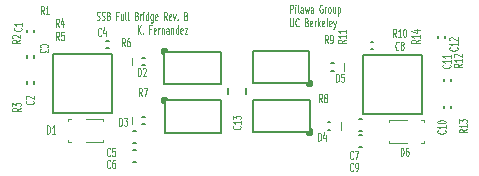
<source format=gbr>
G04 #@! TF.GenerationSoftware,KiCad,Pcbnew,(5.0.0)*
G04 #@! TF.CreationDate,2019-06-25T10:28:51-07:00*
G04 #@! TF.ProjectId,Buffer,4275666665722E6B696361645F706362,rev?*
G04 #@! TF.SameCoordinates,Original*
G04 #@! TF.FileFunction,Legend,Top*
G04 #@! TF.FilePolarity,Positive*
%FSLAX46Y46*%
G04 Gerber Fmt 4.6, Leading zero omitted, Abs format (unit mm)*
G04 Created by KiCad (PCBNEW (5.0.0)) date 06/25/19 10:28:51*
%MOMM*%
%LPD*%
G01*
G04 APERTURE LIST*
%ADD10C,0.111125*%
%ADD11C,0.150000*%
%ADD12C,0.100000*%
%ADD13C,0.120000*%
%ADD14C,0.300000*%
G04 APERTURE END LIST*
D10*
X24816064Y14487448D02*
X24816064Y15185948D01*
X24985397Y15185948D01*
X25027731Y15152687D01*
X25048897Y15119425D01*
X25070064Y15052901D01*
X25070064Y14953115D01*
X25048897Y14886591D01*
X25027731Y14853329D01*
X24985397Y14820067D01*
X24816064Y14820067D01*
X25260564Y14487448D02*
X25260564Y14953115D01*
X25260564Y15185948D02*
X25239397Y15152687D01*
X25260564Y15119425D01*
X25281731Y15152687D01*
X25260564Y15185948D01*
X25260564Y15119425D01*
X25535731Y14487448D02*
X25493397Y14520710D01*
X25472231Y14587234D01*
X25472231Y15185948D01*
X25895564Y14487448D02*
X25895564Y14853329D01*
X25874397Y14919853D01*
X25832064Y14953115D01*
X25747397Y14953115D01*
X25705064Y14919853D01*
X25895564Y14520710D02*
X25853231Y14487448D01*
X25747397Y14487448D01*
X25705064Y14520710D01*
X25683897Y14587234D01*
X25683897Y14653758D01*
X25705064Y14720282D01*
X25747397Y14753544D01*
X25853231Y14753544D01*
X25895564Y14786806D01*
X26064897Y14953115D02*
X26149564Y14487448D01*
X26234231Y14820067D01*
X26318897Y14487448D01*
X26403564Y14953115D01*
X26763397Y14487448D02*
X26763397Y14853329D01*
X26742231Y14919853D01*
X26699897Y14953115D01*
X26615231Y14953115D01*
X26572897Y14919853D01*
X26763397Y14520710D02*
X26721064Y14487448D01*
X26615231Y14487448D01*
X26572897Y14520710D01*
X26551731Y14587234D01*
X26551731Y14653758D01*
X26572897Y14720282D01*
X26615231Y14753544D01*
X26721064Y14753544D01*
X26763397Y14786806D01*
X27546564Y15152687D02*
X27504231Y15185948D01*
X27440731Y15185948D01*
X27377231Y15152687D01*
X27334897Y15086163D01*
X27313731Y15019639D01*
X27292564Y14886591D01*
X27292564Y14786806D01*
X27313731Y14653758D01*
X27334897Y14587234D01*
X27377231Y14520710D01*
X27440731Y14487448D01*
X27483064Y14487448D01*
X27546564Y14520710D01*
X27567731Y14553972D01*
X27567731Y14786806D01*
X27483064Y14786806D01*
X27758231Y14487448D02*
X27758231Y14953115D01*
X27758231Y14820067D02*
X27779397Y14886591D01*
X27800564Y14919853D01*
X27842897Y14953115D01*
X27885231Y14953115D01*
X28096897Y14487448D02*
X28054564Y14520710D01*
X28033397Y14553972D01*
X28012231Y14620496D01*
X28012231Y14820067D01*
X28033397Y14886591D01*
X28054564Y14919853D01*
X28096897Y14953115D01*
X28160397Y14953115D01*
X28202731Y14919853D01*
X28223897Y14886591D01*
X28245064Y14820067D01*
X28245064Y14620496D01*
X28223897Y14553972D01*
X28202731Y14520710D01*
X28160397Y14487448D01*
X28096897Y14487448D01*
X28626064Y14953115D02*
X28626064Y14487448D01*
X28435564Y14953115D02*
X28435564Y14587234D01*
X28456731Y14520710D01*
X28499064Y14487448D01*
X28562564Y14487448D01*
X28604897Y14520710D01*
X28626064Y14553972D01*
X28837731Y14953115D02*
X28837731Y14254615D01*
X28837731Y14919853D02*
X28880064Y14953115D01*
X28964731Y14953115D01*
X29007064Y14919853D01*
X29028231Y14886591D01*
X29049397Y14820067D01*
X29049397Y14620496D01*
X29028231Y14553972D01*
X29007064Y14520710D01*
X28964731Y14487448D01*
X28880064Y14487448D01*
X28837731Y14520710D01*
X24816064Y14027073D02*
X24816064Y13461621D01*
X24837231Y13395097D01*
X24858397Y13361835D01*
X24900731Y13328573D01*
X24985397Y13328573D01*
X25027731Y13361835D01*
X25048897Y13395097D01*
X25070064Y13461621D01*
X25070064Y14027073D01*
X25535731Y13395097D02*
X25514564Y13361835D01*
X25451064Y13328573D01*
X25408731Y13328573D01*
X25345231Y13361835D01*
X25302897Y13428359D01*
X25281731Y13494883D01*
X25260564Y13627931D01*
X25260564Y13727716D01*
X25281731Y13860764D01*
X25302897Y13927288D01*
X25345231Y13993812D01*
X25408731Y14027073D01*
X25451064Y14027073D01*
X25514564Y13993812D01*
X25535731Y13960550D01*
X26213064Y13694454D02*
X26276564Y13661192D01*
X26297731Y13627931D01*
X26318897Y13561407D01*
X26318897Y13461621D01*
X26297731Y13395097D01*
X26276564Y13361835D01*
X26234231Y13328573D01*
X26064897Y13328573D01*
X26064897Y14027073D01*
X26213064Y14027073D01*
X26255397Y13993812D01*
X26276564Y13960550D01*
X26297731Y13894026D01*
X26297731Y13827502D01*
X26276564Y13760978D01*
X26255397Y13727716D01*
X26213064Y13694454D01*
X26064897Y13694454D01*
X26678731Y13361835D02*
X26636397Y13328573D01*
X26551731Y13328573D01*
X26509397Y13361835D01*
X26488231Y13428359D01*
X26488231Y13694454D01*
X26509397Y13760978D01*
X26551731Y13794240D01*
X26636397Y13794240D01*
X26678731Y13760978D01*
X26699897Y13694454D01*
X26699897Y13627931D01*
X26488231Y13561407D01*
X26890397Y13328573D02*
X26890397Y13794240D01*
X26890397Y13661192D02*
X26911564Y13727716D01*
X26932731Y13760978D01*
X26975064Y13794240D01*
X27017397Y13794240D01*
X27165564Y13328573D02*
X27165564Y14027073D01*
X27207897Y13594669D02*
X27334897Y13328573D01*
X27334897Y13794240D02*
X27165564Y13528145D01*
X27694731Y13361835D02*
X27652397Y13328573D01*
X27567731Y13328573D01*
X27525397Y13361835D01*
X27504231Y13428359D01*
X27504231Y13694454D01*
X27525397Y13760978D01*
X27567731Y13794240D01*
X27652397Y13794240D01*
X27694731Y13760978D01*
X27715897Y13694454D01*
X27715897Y13627931D01*
X27504231Y13561407D01*
X27969897Y13328573D02*
X27927564Y13361835D01*
X27906397Y13428359D01*
X27906397Y14027073D01*
X28308564Y13361835D02*
X28266231Y13328573D01*
X28181564Y13328573D01*
X28139231Y13361835D01*
X28118064Y13428359D01*
X28118064Y13694454D01*
X28139231Y13760978D01*
X28181564Y13794240D01*
X28266231Y13794240D01*
X28308564Y13760978D01*
X28329731Y13694454D01*
X28329731Y13627931D01*
X28118064Y13561407D01*
X28477897Y13794240D02*
X28583731Y13328573D01*
X28689564Y13794240D02*
X28583731Y13328573D01*
X28541397Y13162264D01*
X28520231Y13129002D01*
X28477897Y13095740D01*
X8436768Y13911110D02*
X8500268Y13877848D01*
X8606102Y13877848D01*
X8648435Y13911110D01*
X8669602Y13944372D01*
X8690768Y14010896D01*
X8690768Y14077420D01*
X8669602Y14143944D01*
X8648435Y14177206D01*
X8606102Y14210467D01*
X8521435Y14243729D01*
X8479102Y14276991D01*
X8457935Y14310253D01*
X8436768Y14376777D01*
X8436768Y14443301D01*
X8457935Y14509825D01*
X8479102Y14543087D01*
X8521435Y14576348D01*
X8627268Y14576348D01*
X8690768Y14543087D01*
X8860102Y13911110D02*
X8923602Y13877848D01*
X9029435Y13877848D01*
X9071768Y13911110D01*
X9092935Y13944372D01*
X9114102Y14010896D01*
X9114102Y14077420D01*
X9092935Y14143944D01*
X9071768Y14177206D01*
X9029435Y14210467D01*
X8944768Y14243729D01*
X8902435Y14276991D01*
X8881268Y14310253D01*
X8860102Y14376777D01*
X8860102Y14443301D01*
X8881268Y14509825D01*
X8902435Y14543087D01*
X8944768Y14576348D01*
X9050602Y14576348D01*
X9114102Y14543087D01*
X9452768Y14243729D02*
X9516268Y14210467D01*
X9537435Y14177206D01*
X9558602Y14110682D01*
X9558602Y14010896D01*
X9537435Y13944372D01*
X9516268Y13911110D01*
X9473935Y13877848D01*
X9304602Y13877848D01*
X9304602Y14576348D01*
X9452768Y14576348D01*
X9495102Y14543087D01*
X9516268Y14509825D01*
X9537435Y14443301D01*
X9537435Y14376777D01*
X9516268Y14310253D01*
X9495102Y14276991D01*
X9452768Y14243729D01*
X9304602Y14243729D01*
X10235935Y14243729D02*
X10087768Y14243729D01*
X10087768Y13877848D02*
X10087768Y14576348D01*
X10299435Y14576348D01*
X10659268Y14343515D02*
X10659268Y13877848D01*
X10468768Y14343515D02*
X10468768Y13977634D01*
X10489935Y13911110D01*
X10532268Y13877848D01*
X10595768Y13877848D01*
X10638102Y13911110D01*
X10659268Y13944372D01*
X10934435Y13877848D02*
X10892102Y13911110D01*
X10870935Y13977634D01*
X10870935Y14576348D01*
X11167268Y13877848D02*
X11124935Y13911110D01*
X11103768Y13977634D01*
X11103768Y14576348D01*
X11823435Y14243729D02*
X11886935Y14210467D01*
X11908102Y14177206D01*
X11929268Y14110682D01*
X11929268Y14010896D01*
X11908102Y13944372D01*
X11886935Y13911110D01*
X11844602Y13877848D01*
X11675268Y13877848D01*
X11675268Y14576348D01*
X11823435Y14576348D01*
X11865768Y14543087D01*
X11886935Y14509825D01*
X11908102Y14443301D01*
X11908102Y14376777D01*
X11886935Y14310253D01*
X11865768Y14276991D01*
X11823435Y14243729D01*
X11675268Y14243729D01*
X12119768Y13877848D02*
X12119768Y14343515D01*
X12119768Y14210467D02*
X12140935Y14276991D01*
X12162102Y14310253D01*
X12204435Y14343515D01*
X12246768Y14343515D01*
X12394935Y13877848D02*
X12394935Y14343515D01*
X12394935Y14576348D02*
X12373768Y14543087D01*
X12394935Y14509825D01*
X12416102Y14543087D01*
X12394935Y14576348D01*
X12394935Y14509825D01*
X12797102Y13877848D02*
X12797102Y14576348D01*
X12797102Y13911110D02*
X12754768Y13877848D01*
X12670102Y13877848D01*
X12627768Y13911110D01*
X12606602Y13944372D01*
X12585435Y14010896D01*
X12585435Y14210467D01*
X12606602Y14276991D01*
X12627768Y14310253D01*
X12670102Y14343515D01*
X12754768Y14343515D01*
X12797102Y14310253D01*
X13199268Y14343515D02*
X13199268Y13778063D01*
X13178102Y13711539D01*
X13156935Y13678277D01*
X13114602Y13645015D01*
X13051102Y13645015D01*
X13008768Y13678277D01*
X13199268Y13911110D02*
X13156935Y13877848D01*
X13072268Y13877848D01*
X13029935Y13911110D01*
X13008768Y13944372D01*
X12987602Y14010896D01*
X12987602Y14210467D01*
X13008768Y14276991D01*
X13029935Y14310253D01*
X13072268Y14343515D01*
X13156935Y14343515D01*
X13199268Y14310253D01*
X13580268Y13911110D02*
X13537935Y13877848D01*
X13453268Y13877848D01*
X13410935Y13911110D01*
X13389768Y13977634D01*
X13389768Y14243729D01*
X13410935Y14310253D01*
X13453268Y14343515D01*
X13537935Y14343515D01*
X13580268Y14310253D01*
X13601435Y14243729D01*
X13601435Y14177206D01*
X13389768Y14110682D01*
X14384602Y13877848D02*
X14236435Y14210467D01*
X14130602Y13877848D02*
X14130602Y14576348D01*
X14299935Y14576348D01*
X14342268Y14543087D01*
X14363435Y14509825D01*
X14384602Y14443301D01*
X14384602Y14343515D01*
X14363435Y14276991D01*
X14342268Y14243729D01*
X14299935Y14210467D01*
X14130602Y14210467D01*
X14744435Y13911110D02*
X14702102Y13877848D01*
X14617435Y13877848D01*
X14575102Y13911110D01*
X14553935Y13977634D01*
X14553935Y14243729D01*
X14575102Y14310253D01*
X14617435Y14343515D01*
X14702102Y14343515D01*
X14744435Y14310253D01*
X14765602Y14243729D01*
X14765602Y14177206D01*
X14553935Y14110682D01*
X14913768Y14343515D02*
X15019602Y13877848D01*
X15125435Y14343515D01*
X15294768Y13944372D02*
X15315935Y13911110D01*
X15294768Y13877848D01*
X15273602Y13911110D01*
X15294768Y13944372D01*
X15294768Y13877848D01*
X15993268Y14243729D02*
X16056768Y14210467D01*
X16077935Y14177206D01*
X16099102Y14110682D01*
X16099102Y14010896D01*
X16077935Y13944372D01*
X16056768Y13911110D01*
X16014435Y13877848D01*
X15845102Y13877848D01*
X15845102Y14576348D01*
X15993268Y14576348D01*
X16035602Y14543087D01*
X16056768Y14509825D01*
X16077935Y14443301D01*
X16077935Y14376777D01*
X16056768Y14310253D01*
X16035602Y14276991D01*
X15993268Y14243729D01*
X15845102Y14243729D01*
X11908102Y12718973D02*
X11908102Y13417473D01*
X12162102Y12718973D02*
X11971602Y13118116D01*
X12162102Y13417473D02*
X11908102Y13018331D01*
X12352602Y12785497D02*
X12373768Y12752235D01*
X12352602Y12718973D01*
X12331435Y12752235D01*
X12352602Y12785497D01*
X12352602Y12718973D01*
X13051102Y13084854D02*
X12902935Y13084854D01*
X12902935Y12718973D02*
X12902935Y13417473D01*
X13114602Y13417473D01*
X13453268Y12752235D02*
X13410935Y12718973D01*
X13326268Y12718973D01*
X13283935Y12752235D01*
X13262768Y12818759D01*
X13262768Y13084854D01*
X13283935Y13151378D01*
X13326268Y13184640D01*
X13410935Y13184640D01*
X13453268Y13151378D01*
X13474435Y13084854D01*
X13474435Y13018331D01*
X13262768Y12951807D01*
X13664935Y12718973D02*
X13664935Y13184640D01*
X13664935Y13051592D02*
X13686102Y13118116D01*
X13707268Y13151378D01*
X13749602Y13184640D01*
X13791935Y13184640D01*
X13940102Y13184640D02*
X13940102Y12718973D01*
X13940102Y13118116D02*
X13961268Y13151378D01*
X14003602Y13184640D01*
X14067102Y13184640D01*
X14109435Y13151378D01*
X14130602Y13084854D01*
X14130602Y12718973D01*
X14532768Y12718973D02*
X14532768Y13084854D01*
X14511602Y13151378D01*
X14469268Y13184640D01*
X14384602Y13184640D01*
X14342268Y13151378D01*
X14532768Y12752235D02*
X14490435Y12718973D01*
X14384602Y12718973D01*
X14342268Y12752235D01*
X14321102Y12818759D01*
X14321102Y12885283D01*
X14342268Y12951807D01*
X14384602Y12985069D01*
X14490435Y12985069D01*
X14532768Y13018331D01*
X14744435Y13184640D02*
X14744435Y12718973D01*
X14744435Y13118116D02*
X14765602Y13151378D01*
X14807935Y13184640D01*
X14871435Y13184640D01*
X14913768Y13151378D01*
X14934935Y13084854D01*
X14934935Y12718973D01*
X15337102Y12718973D02*
X15337102Y13417473D01*
X15337102Y12752235D02*
X15294768Y12718973D01*
X15210102Y12718973D01*
X15167768Y12752235D01*
X15146602Y12785497D01*
X15125435Y12852021D01*
X15125435Y13051592D01*
X15146602Y13118116D01*
X15167768Y13151378D01*
X15210102Y13184640D01*
X15294768Y13184640D01*
X15337102Y13151378D01*
X15718102Y12752235D02*
X15675768Y12718973D01*
X15591102Y12718973D01*
X15548768Y12752235D01*
X15527602Y12818759D01*
X15527602Y13084854D01*
X15548768Y13151378D01*
X15591102Y13184640D01*
X15675768Y13184640D01*
X15718102Y13151378D01*
X15739268Y13084854D01*
X15739268Y13018331D01*
X15527602Y12951807D01*
X15887435Y13184640D02*
X16120268Y13184640D01*
X15887435Y12718973D01*
X16120268Y12718973D01*
D11*
G04 #@! TO.C,Inf1*
X9729000Y5998200D02*
X4729000Y5998200D01*
X9729000Y10998200D02*
X4729000Y10998200D01*
X4729000Y10998200D02*
X4729000Y5998200D01*
X9729000Y10998200D02*
X9729000Y5998200D01*
G04 #@! TO.C,Inf2*
X30975300Y5918200D02*
X30975300Y10918200D01*
X35975300Y5918200D02*
X35975300Y10918200D01*
X30975300Y5918200D02*
X35975300Y5918200D01*
X30975300Y10918200D02*
X35975300Y10918200D01*
G04 #@! TO.C,C13*
X21069300Y7632700D02*
X21069300Y8140700D01*
X19545300Y7632700D02*
X19545300Y8140700D01*
G04 #@! TO.C,C1*
X2494000Y13054000D02*
X2494000Y12854000D01*
X3094000Y13054000D02*
X3094000Y12854000D01*
G04 #@! TO.C,C2*
X2500000Y8700000D02*
X2500000Y8500000D01*
X3100000Y8700000D02*
X3100000Y8500000D01*
G04 #@! TO.C,C3*
X3100000Y10700000D02*
X3100000Y10900000D01*
X2500000Y10700000D02*
X2500000Y10900000D01*
G04 #@! TO.C,C4*
X9234500Y11511000D02*
X9434500Y11511000D01*
X9234500Y12111000D02*
X9434500Y12111000D01*
G04 #@! TO.C,C5*
X11482561Y3497246D02*
X11736561Y3497246D01*
X11482561Y4513246D02*
X11736561Y4513246D01*
G04 #@! TO.C,C6*
X11468693Y2833142D02*
X11722693Y2833142D01*
X11468693Y1817142D02*
X11722693Y1817142D01*
G04 #@! TO.C,C7*
X30911800Y4470400D02*
X30657800Y4470400D01*
X30911800Y5486400D02*
X30657800Y5486400D01*
G04 #@! TO.C,C8*
X31650000Y11984000D02*
X31850000Y11984000D01*
X31650000Y11384000D02*
X31850000Y11384000D01*
G04 #@! TO.C,C9*
X30911800Y4140200D02*
X30657800Y4140200D01*
X30911800Y3124200D02*
X30657800Y3124200D01*
G04 #@! TO.C,C10*
X38400000Y6600000D02*
X38400000Y6400000D01*
X37800000Y6600000D02*
X37800000Y6400000D01*
G04 #@! TO.C,C11*
X38400000Y8700000D02*
X38400000Y8900000D01*
X37800000Y8700000D02*
X37800000Y8900000D01*
G04 #@! TO.C,C12*
X37892000Y12346000D02*
X37892000Y12546000D01*
X37292000Y12346000D02*
X37292000Y12546000D01*
D12*
G04 #@! TO.C,D1*
X8693000Y5508500D02*
X7493000Y5508500D01*
X8693000Y3508500D02*
X7493000Y3508500D01*
X8993000Y5308500D02*
X8993000Y5508500D01*
X8993000Y5508500D02*
X8693000Y5508500D01*
X5993000Y5308500D02*
X5993000Y5508500D01*
X5993000Y5508500D02*
X6293000Y5508500D01*
X6293000Y3508500D02*
X5993000Y3508500D01*
X5993000Y3508500D02*
X5993000Y3708500D01*
X8993000Y3708500D02*
X8993000Y3508500D01*
X8993000Y3508500D02*
X8693000Y3508500D01*
D13*
G04 #@! TO.C,D2*
X11400000Y10700000D02*
X11400000Y10100000D01*
D11*
X12300000Y10100000D02*
X12500000Y10100000D01*
X12300000Y10700000D02*
X12500000Y10700000D01*
G04 #@! TO.C,D3*
X12300000Y5700000D02*
X12500000Y5700000D01*
X12300000Y5100000D02*
X12500000Y5100000D01*
D13*
X11400000Y5700000D02*
X11400000Y5100000D01*
G04 #@! TO.C,D4*
X29100000Y4600000D02*
X29100000Y5200000D01*
D11*
X28200000Y5200000D02*
X28000000Y5200000D01*
X28200000Y4600000D02*
X28000000Y4600000D01*
D13*
G04 #@! TO.C,D5*
X29400000Y9600000D02*
X29400000Y10200000D01*
D11*
X28500000Y10200000D02*
X28300000Y10200000D01*
X28500000Y9600000D02*
X28300000Y9600000D01*
D12*
G04 #@! TO.C,D6*
X33471000Y3445000D02*
X34671000Y3445000D01*
X33471000Y5445000D02*
X34671000Y5445000D01*
X33171000Y3645000D02*
X33171000Y3445000D01*
X33171000Y3445000D02*
X33471000Y3445000D01*
X36171000Y3645000D02*
X36171000Y3445000D01*
X36171000Y3445000D02*
X35871000Y3445000D01*
X35871000Y5445000D02*
X36171000Y5445000D01*
X36171000Y5445000D02*
X36171000Y5245000D01*
X33171000Y5245000D02*
X33171000Y5445000D01*
X33171000Y5445000D02*
X33471000Y5445000D01*
D11*
G04 #@! TO.C,Q1*
X14411193Y7225042D02*
X14411193Y7100042D01*
X14036193Y6850042D02*
X14161193Y6850042D01*
X14186193Y7075042D02*
X14336193Y7075042D01*
X14336193Y7075042D02*
X14336193Y7225042D01*
D14*
X14336193Y7225042D02*
X14036193Y7225042D01*
X14036193Y7225042D02*
X14036193Y6925042D01*
D11*
X14036193Y6925042D02*
X14186193Y6925042D01*
X14186193Y6925042D02*
X14186193Y7150042D01*
X18936193Y7075042D02*
X18936193Y4325042D01*
X18936193Y4325042D02*
X14186193Y4325042D01*
X14186193Y7075042D02*
X18936193Y7075042D01*
X14186193Y4325042D02*
X14186193Y7075042D01*
G04 #@! TO.C,Q2*
X14173493Y8447342D02*
X14173493Y11197342D01*
X14173493Y11197342D02*
X18923493Y11197342D01*
X18923493Y8447342D02*
X14173493Y8447342D01*
X18923493Y11197342D02*
X18923493Y8447342D01*
X14173493Y11047342D02*
X14173493Y11272342D01*
X14023493Y11047342D02*
X14173493Y11047342D01*
D14*
X14023493Y11347342D02*
X14023493Y11047342D01*
X14323493Y11347342D02*
X14023493Y11347342D01*
D11*
X14323493Y11197342D02*
X14323493Y11347342D01*
X14173493Y11197342D02*
X14323493Y11197342D01*
X14023493Y10972342D02*
X14148493Y10972342D01*
X14398493Y11347342D02*
X14398493Y11222342D01*
G04 #@! TO.C,Q3*
X26454200Y7138542D02*
X26454200Y4388542D01*
X26454200Y4388542D02*
X21704200Y4388542D01*
X21704200Y7138542D02*
X26454200Y7138542D01*
X21704200Y4388542D02*
X21704200Y7138542D01*
X26454200Y4538542D02*
X26454200Y4313542D01*
X26604200Y4538542D02*
X26454200Y4538542D01*
D14*
X26604200Y4238542D02*
X26604200Y4538542D01*
X26304200Y4238542D02*
X26604200Y4238542D01*
D11*
X26304200Y4388542D02*
X26304200Y4238542D01*
X26454200Y4388542D02*
X26304200Y4388542D01*
X26604200Y4613542D02*
X26479200Y4613542D01*
X26229200Y4238542D02*
X26229200Y4363542D01*
G04 #@! TO.C,Q4*
X26217793Y8360842D02*
X26217793Y8485842D01*
X26592793Y8735842D02*
X26467793Y8735842D01*
X26442793Y8510842D02*
X26292793Y8510842D01*
X26292793Y8510842D02*
X26292793Y8360842D01*
D14*
X26292793Y8360842D02*
X26592793Y8360842D01*
X26592793Y8360842D02*
X26592793Y8660842D01*
D11*
X26592793Y8660842D02*
X26442793Y8660842D01*
X26442793Y8660842D02*
X26442793Y8435842D01*
X21692793Y8510842D02*
X21692793Y11260842D01*
X21692793Y11260842D02*
X26442793Y11260842D01*
X26442793Y8510842D02*
X21692793Y8510842D01*
X26442793Y11260842D02*
X26442793Y8510842D01*
G04 #@! TO.C,C13*
D10*
X20569464Y4921250D02*
X20602726Y4900083D01*
X20635988Y4836583D01*
X20635988Y4794250D01*
X20602726Y4730750D01*
X20536202Y4688416D01*
X20469678Y4667250D01*
X20336630Y4646083D01*
X20236845Y4646083D01*
X20103797Y4667250D01*
X20037273Y4688416D01*
X19970750Y4730750D01*
X19937488Y4794250D01*
X19937488Y4836583D01*
X19970750Y4900083D01*
X20004011Y4921250D01*
X20635988Y5344583D02*
X20635988Y5090583D01*
X20635988Y5217583D02*
X19937488Y5217583D01*
X20037273Y5175250D01*
X20103797Y5132916D01*
X20137059Y5090583D01*
X19937488Y5492750D02*
X19937488Y5767916D01*
X20203583Y5619750D01*
X20203583Y5683250D01*
X20236845Y5725583D01*
X20270107Y5746750D01*
X20336630Y5767916D01*
X20502940Y5767916D01*
X20569464Y5746750D01*
X20602726Y5725583D01*
X20635988Y5683250D01*
X20635988Y5556250D01*
X20602726Y5513916D01*
X20569464Y5492750D01*
G04 #@! TO.C,C1*
X2027464Y13235516D02*
X2060726Y13214350D01*
X2093988Y13150850D01*
X2093988Y13108516D01*
X2060726Y13045016D01*
X1994202Y13002683D01*
X1927678Y12981516D01*
X1794630Y12960350D01*
X1694845Y12960350D01*
X1561797Y12981516D01*
X1495273Y13002683D01*
X1428750Y13045016D01*
X1395488Y13108516D01*
X1395488Y13150850D01*
X1428750Y13214350D01*
X1462011Y13235516D01*
X2093988Y13658850D02*
X2093988Y13404850D01*
X2093988Y13531850D02*
X1395488Y13531850D01*
X1495273Y13489516D01*
X1561797Y13447183D01*
X1595059Y13404850D01*
G04 #@! TO.C,C2*
X3049464Y7001916D02*
X3082726Y6980750D01*
X3115988Y6917250D01*
X3115988Y6874916D01*
X3082726Y6811416D01*
X3016202Y6769083D01*
X2949678Y6747916D01*
X2816630Y6726750D01*
X2716845Y6726750D01*
X2583797Y6747916D01*
X2517273Y6769083D01*
X2450750Y6811416D01*
X2417488Y6874916D01*
X2417488Y6917250D01*
X2450750Y6980750D01*
X2484011Y7001916D01*
X2484011Y7171250D02*
X2450750Y7192416D01*
X2417488Y7234750D01*
X2417488Y7340583D01*
X2450750Y7382916D01*
X2484011Y7404083D01*
X2550535Y7425250D01*
X2617059Y7425250D01*
X2716845Y7404083D01*
X3115988Y7150083D01*
X3115988Y7425250D01*
G04 #@! TO.C,C3*
X3687535Y11554883D02*
X3654273Y11576050D01*
X3621011Y11639550D01*
X3621011Y11681883D01*
X3654273Y11745383D01*
X3720797Y11787716D01*
X3787321Y11808883D01*
X3920369Y11830050D01*
X4020154Y11830050D01*
X4153202Y11808883D01*
X4219726Y11787716D01*
X4286250Y11745383D01*
X4319511Y11681883D01*
X4319511Y11639550D01*
X4286250Y11576050D01*
X4252988Y11554883D01*
X4319511Y11406716D02*
X4319511Y11131550D01*
X4053416Y11279716D01*
X4053416Y11216216D01*
X4020154Y11173883D01*
X3986892Y11152716D01*
X3920369Y11131550D01*
X3754059Y11131550D01*
X3687535Y11152716D01*
X3654273Y11173883D01*
X3621011Y11216216D01*
X3621011Y11343216D01*
X3654273Y11385550D01*
X3687535Y11406716D01*
G04 #@! TO.C,C4*
X8815916Y12577535D02*
X8794750Y12544273D01*
X8731250Y12511011D01*
X8688916Y12511011D01*
X8625416Y12544273D01*
X8583083Y12610797D01*
X8561916Y12677321D01*
X8540750Y12810369D01*
X8540750Y12910154D01*
X8561916Y13043202D01*
X8583083Y13109726D01*
X8625416Y13176250D01*
X8688916Y13209511D01*
X8731250Y13209511D01*
X8794750Y13176250D01*
X8815916Y13142988D01*
X9196916Y12976678D02*
X9196916Y12511011D01*
X9091083Y13242773D02*
X8985250Y12743845D01*
X9260416Y12743845D01*
G04 #@! TO.C,C5*
X9577916Y2417535D02*
X9556750Y2384273D01*
X9493250Y2351011D01*
X9450916Y2351011D01*
X9387416Y2384273D01*
X9345083Y2450797D01*
X9323916Y2517321D01*
X9302750Y2650369D01*
X9302750Y2750154D01*
X9323916Y2883202D01*
X9345083Y2949726D01*
X9387416Y3016250D01*
X9450916Y3049511D01*
X9493250Y3049511D01*
X9556750Y3016250D01*
X9577916Y2982988D01*
X9980083Y3049511D02*
X9768416Y3049511D01*
X9747250Y2716892D01*
X9768416Y2750154D01*
X9810750Y2783416D01*
X9916583Y2783416D01*
X9958916Y2750154D01*
X9980083Y2716892D01*
X10001250Y2650369D01*
X10001250Y2484059D01*
X9980083Y2417535D01*
X9958916Y2384273D01*
X9916583Y2351011D01*
X9810750Y2351011D01*
X9768416Y2384273D01*
X9747250Y2417535D01*
G04 #@! TO.C,C6*
X9577916Y1401535D02*
X9556750Y1368273D01*
X9493250Y1335011D01*
X9450916Y1335011D01*
X9387416Y1368273D01*
X9345083Y1434797D01*
X9323916Y1501321D01*
X9302750Y1634369D01*
X9302750Y1734154D01*
X9323916Y1867202D01*
X9345083Y1933726D01*
X9387416Y2000250D01*
X9450916Y2033511D01*
X9493250Y2033511D01*
X9556750Y2000250D01*
X9577916Y1966988D01*
X9958916Y2033511D02*
X9874250Y2033511D01*
X9831916Y2000250D01*
X9810750Y1966988D01*
X9768416Y1867202D01*
X9747250Y1734154D01*
X9747250Y1468059D01*
X9768416Y1401535D01*
X9789583Y1368273D01*
X9831916Y1335011D01*
X9916583Y1335011D01*
X9958916Y1368273D01*
X9980083Y1401535D01*
X10001250Y1468059D01*
X10001250Y1634369D01*
X9980083Y1700892D01*
X9958916Y1734154D01*
X9916583Y1767416D01*
X9831916Y1767416D01*
X9789583Y1734154D01*
X9768416Y1700892D01*
X9747250Y1634369D01*
G04 #@! TO.C,C7*
X30151916Y2163535D02*
X30130750Y2130273D01*
X30067250Y2097011D01*
X30024916Y2097011D01*
X29961416Y2130273D01*
X29919083Y2196797D01*
X29897916Y2263321D01*
X29876750Y2396369D01*
X29876750Y2496154D01*
X29897916Y2629202D01*
X29919083Y2695726D01*
X29961416Y2762250D01*
X30024916Y2795511D01*
X30067250Y2795511D01*
X30130750Y2762250D01*
X30151916Y2728988D01*
X30300083Y2795511D02*
X30596416Y2795511D01*
X30405916Y2097011D01*
G04 #@! TO.C,C8*
X33987316Y11409135D02*
X33966150Y11375873D01*
X33902650Y11342611D01*
X33860316Y11342611D01*
X33796816Y11375873D01*
X33754483Y11442397D01*
X33733316Y11508921D01*
X33712150Y11641969D01*
X33712150Y11741754D01*
X33733316Y11874802D01*
X33754483Y11941326D01*
X33796816Y12007850D01*
X33860316Y12041111D01*
X33902650Y12041111D01*
X33966150Y12007850D01*
X33987316Y11974588D01*
X34241316Y11741754D02*
X34198983Y11775016D01*
X34177816Y11808278D01*
X34156650Y11874802D01*
X34156650Y11908064D01*
X34177816Y11974588D01*
X34198983Y12007850D01*
X34241316Y12041111D01*
X34325983Y12041111D01*
X34368316Y12007850D01*
X34389483Y11974588D01*
X34410650Y11908064D01*
X34410650Y11874802D01*
X34389483Y11808278D01*
X34368316Y11775016D01*
X34325983Y11741754D01*
X34241316Y11741754D01*
X34198983Y11708492D01*
X34177816Y11675230D01*
X34156650Y11608707D01*
X34156650Y11475659D01*
X34177816Y11409135D01*
X34198983Y11375873D01*
X34241316Y11342611D01*
X34325983Y11342611D01*
X34368316Y11375873D01*
X34389483Y11409135D01*
X34410650Y11475659D01*
X34410650Y11608707D01*
X34389483Y11675230D01*
X34368316Y11708492D01*
X34325983Y11741754D01*
G04 #@! TO.C,C9*
X30151916Y1147535D02*
X30130750Y1114273D01*
X30067250Y1081011D01*
X30024916Y1081011D01*
X29961416Y1114273D01*
X29919083Y1180797D01*
X29897916Y1247321D01*
X29876750Y1380369D01*
X29876750Y1480154D01*
X29897916Y1613202D01*
X29919083Y1679726D01*
X29961416Y1746250D01*
X30024916Y1779511D01*
X30067250Y1779511D01*
X30130750Y1746250D01*
X30151916Y1712988D01*
X30363583Y1081011D02*
X30448250Y1081011D01*
X30490583Y1114273D01*
X30511750Y1147535D01*
X30554083Y1247321D01*
X30575250Y1380369D01*
X30575250Y1646464D01*
X30554083Y1712988D01*
X30532916Y1746250D01*
X30490583Y1779511D01*
X30405916Y1779511D01*
X30363583Y1746250D01*
X30342416Y1712988D01*
X30321250Y1646464D01*
X30321250Y1480154D01*
X30342416Y1413630D01*
X30363583Y1380369D01*
X30405916Y1347107D01*
X30490583Y1347107D01*
X30532916Y1380369D01*
X30554083Y1413630D01*
X30575250Y1480154D01*
G04 #@! TO.C,C10*
X37917664Y4540250D02*
X37950926Y4519083D01*
X37984188Y4455583D01*
X37984188Y4413250D01*
X37950926Y4349750D01*
X37884402Y4307416D01*
X37817878Y4286250D01*
X37684830Y4265083D01*
X37585045Y4265083D01*
X37451997Y4286250D01*
X37385473Y4307416D01*
X37318950Y4349750D01*
X37285688Y4413250D01*
X37285688Y4455583D01*
X37318950Y4519083D01*
X37352211Y4540250D01*
X37984188Y4963583D02*
X37984188Y4709583D01*
X37984188Y4836583D02*
X37285688Y4836583D01*
X37385473Y4794250D01*
X37451997Y4751916D01*
X37485259Y4709583D01*
X37285688Y5238750D02*
X37285688Y5281083D01*
X37318950Y5323416D01*
X37352211Y5344583D01*
X37418735Y5365750D01*
X37551783Y5386916D01*
X37718092Y5386916D01*
X37851140Y5365750D01*
X37917664Y5344583D01*
X37950926Y5323416D01*
X37984188Y5281083D01*
X37984188Y5238750D01*
X37950926Y5196416D01*
X37917664Y5175250D01*
X37851140Y5154083D01*
X37718092Y5132916D01*
X37551783Y5132916D01*
X37418735Y5154083D01*
X37352211Y5175250D01*
X37318950Y5196416D01*
X37285688Y5238750D01*
G04 #@! TO.C,C11*
X38324064Y10102850D02*
X38357326Y10081683D01*
X38390588Y10018183D01*
X38390588Y9975850D01*
X38357326Y9912350D01*
X38290802Y9870016D01*
X38224278Y9848850D01*
X38091230Y9827683D01*
X37991445Y9827683D01*
X37858397Y9848850D01*
X37791873Y9870016D01*
X37725350Y9912350D01*
X37692088Y9975850D01*
X37692088Y10018183D01*
X37725350Y10081683D01*
X37758611Y10102850D01*
X38390588Y10526183D02*
X38390588Y10272183D01*
X38390588Y10399183D02*
X37692088Y10399183D01*
X37791873Y10356850D01*
X37858397Y10314516D01*
X37891659Y10272183D01*
X38390588Y10949516D02*
X38390588Y10695516D01*
X38390588Y10822516D02*
X37692088Y10822516D01*
X37791873Y10780183D01*
X37858397Y10737850D01*
X37891659Y10695516D01*
G04 #@! TO.C,C12*
X38933664Y11550650D02*
X38966926Y11529483D01*
X39000188Y11465983D01*
X39000188Y11423650D01*
X38966926Y11360150D01*
X38900402Y11317816D01*
X38833878Y11296650D01*
X38700830Y11275483D01*
X38601045Y11275483D01*
X38467997Y11296650D01*
X38401473Y11317816D01*
X38334950Y11360150D01*
X38301688Y11423650D01*
X38301688Y11465983D01*
X38334950Y11529483D01*
X38368211Y11550650D01*
X39000188Y11973983D02*
X39000188Y11719983D01*
X39000188Y11846983D02*
X38301688Y11846983D01*
X38401473Y11804650D01*
X38467997Y11762316D01*
X38501259Y11719983D01*
X38368211Y12143316D02*
X38334950Y12164483D01*
X38301688Y12206816D01*
X38301688Y12312650D01*
X38334950Y12354983D01*
X38368211Y12376150D01*
X38434735Y12397316D01*
X38501259Y12397316D01*
X38601045Y12376150D01*
X39000188Y12122150D01*
X39000188Y12397316D01*
G04 #@! TO.C,D1*
X4243916Y4256011D02*
X4243916Y4954511D01*
X4349750Y4954511D01*
X4413250Y4921250D01*
X4455583Y4854726D01*
X4476750Y4788202D01*
X4497916Y4655154D01*
X4497916Y4555369D01*
X4476750Y4422321D01*
X4455583Y4355797D01*
X4413250Y4289273D01*
X4349750Y4256011D01*
X4243916Y4256011D01*
X4921250Y4256011D02*
X4667250Y4256011D01*
X4794250Y4256011D02*
X4794250Y4954511D01*
X4751916Y4854726D01*
X4709583Y4788202D01*
X4667250Y4754940D01*
G04 #@! TO.C,D2*
X11914716Y9132811D02*
X11914716Y9831311D01*
X12020550Y9831311D01*
X12084050Y9798050D01*
X12126383Y9731526D01*
X12147550Y9665002D01*
X12168716Y9531954D01*
X12168716Y9432169D01*
X12147550Y9299121D01*
X12126383Y9232597D01*
X12084050Y9166073D01*
X12020550Y9132811D01*
X11914716Y9132811D01*
X12338050Y9764788D02*
X12359216Y9798050D01*
X12401550Y9831311D01*
X12507383Y9831311D01*
X12549716Y9798050D01*
X12570883Y9764788D01*
X12592050Y9698264D01*
X12592050Y9631740D01*
X12570883Y9531954D01*
X12316883Y9132811D01*
X12592050Y9132811D01*
G04 #@! TO.C,D3*
X10344716Y4918911D02*
X10344716Y5617411D01*
X10450550Y5617411D01*
X10514050Y5584150D01*
X10556383Y5517626D01*
X10577550Y5451102D01*
X10598716Y5318054D01*
X10598716Y5218269D01*
X10577550Y5085221D01*
X10556383Y5018697D01*
X10514050Y4952173D01*
X10450550Y4918911D01*
X10344716Y4918911D01*
X10746883Y5617411D02*
X11022050Y5617411D01*
X10873883Y5351316D01*
X10937383Y5351316D01*
X10979716Y5318054D01*
X11000883Y5284792D01*
X11022050Y5218269D01*
X11022050Y5051959D01*
X11000883Y4985435D01*
X10979716Y4952173D01*
X10937383Y4918911D01*
X10810383Y4918911D01*
X10768050Y4952173D01*
X10746883Y4985435D01*
G04 #@! TO.C,D4*
X27187716Y3643169D02*
X27187716Y4341669D01*
X27293550Y4341669D01*
X27357050Y4308408D01*
X27399383Y4241884D01*
X27420550Y4175360D01*
X27441716Y4042312D01*
X27441716Y3942527D01*
X27420550Y3809479D01*
X27399383Y3742955D01*
X27357050Y3676431D01*
X27293550Y3643169D01*
X27187716Y3643169D01*
X27822716Y4108836D02*
X27822716Y3643169D01*
X27716883Y4374931D02*
X27611050Y3876003D01*
X27886216Y3876003D01*
G04 #@! TO.C,D5*
X28706916Y8644211D02*
X28706916Y9342711D01*
X28812750Y9342711D01*
X28876250Y9309450D01*
X28918583Y9242926D01*
X28939750Y9176402D01*
X28960916Y9043354D01*
X28960916Y8943569D01*
X28939750Y8810521D01*
X28918583Y8743997D01*
X28876250Y8677473D01*
X28812750Y8644211D01*
X28706916Y8644211D01*
X29363083Y9342711D02*
X29151416Y9342711D01*
X29130250Y9010092D01*
X29151416Y9043354D01*
X29193750Y9076616D01*
X29299583Y9076616D01*
X29341916Y9043354D01*
X29363083Y9010092D01*
X29384250Y8943569D01*
X29384250Y8777259D01*
X29363083Y8710735D01*
X29341916Y8677473D01*
X29299583Y8644211D01*
X29193750Y8644211D01*
X29151416Y8677473D01*
X29130250Y8710735D01*
G04 #@! TO.C,D6*
X34165116Y2376411D02*
X34165116Y3074911D01*
X34270950Y3074911D01*
X34334450Y3041650D01*
X34376783Y2975126D01*
X34397950Y2908602D01*
X34419116Y2775554D01*
X34419116Y2675769D01*
X34397950Y2542721D01*
X34376783Y2476197D01*
X34334450Y2409673D01*
X34270950Y2376411D01*
X34165116Y2376411D01*
X34800116Y3074911D02*
X34715450Y3074911D01*
X34673116Y3041650D01*
X34651950Y3008388D01*
X34609616Y2908602D01*
X34588450Y2775554D01*
X34588450Y2509459D01*
X34609616Y2442935D01*
X34630783Y2409673D01*
X34673116Y2376411D01*
X34757783Y2376411D01*
X34800116Y2409673D01*
X34821283Y2442935D01*
X34842450Y2509459D01*
X34842450Y2675769D01*
X34821283Y2742292D01*
X34800116Y2775554D01*
X34757783Y2808816D01*
X34673116Y2808816D01*
X34630783Y2775554D01*
X34609616Y2742292D01*
X34588450Y2675769D01*
G04 #@! TO.C,R1*
X3964516Y14365211D02*
X3816350Y14697830D01*
X3710516Y14365211D02*
X3710516Y15063711D01*
X3879850Y15063711D01*
X3922183Y15030450D01*
X3943350Y14997188D01*
X3964516Y14930664D01*
X3964516Y14830878D01*
X3943350Y14764354D01*
X3922183Y14731092D01*
X3879850Y14697830D01*
X3710516Y14697830D01*
X4387850Y14365211D02*
X4133850Y14365211D01*
X4260850Y14365211D02*
X4260850Y15063711D01*
X4218516Y14963926D01*
X4176183Y14897402D01*
X4133850Y14864140D01*
G04 #@! TO.C,R2*
X1966988Y12168716D02*
X1634369Y12020550D01*
X1966988Y11914716D02*
X1268488Y11914716D01*
X1268488Y12084050D01*
X1301750Y12126383D01*
X1335011Y12147550D01*
X1401535Y12168716D01*
X1501321Y12168716D01*
X1567845Y12147550D01*
X1601107Y12126383D01*
X1634369Y12084050D01*
X1634369Y11914716D01*
X1335011Y12338050D02*
X1301750Y12359216D01*
X1268488Y12401550D01*
X1268488Y12507383D01*
X1301750Y12549716D01*
X1335011Y12570883D01*
X1401535Y12592050D01*
X1468059Y12592050D01*
X1567845Y12570883D01*
X1966988Y12316883D01*
X1966988Y12592050D01*
G04 #@! TO.C,R3*
X1992388Y6428316D02*
X1659769Y6280150D01*
X1992388Y6174316D02*
X1293888Y6174316D01*
X1293888Y6343650D01*
X1327150Y6385983D01*
X1360411Y6407150D01*
X1426935Y6428316D01*
X1526721Y6428316D01*
X1593245Y6407150D01*
X1626507Y6385983D01*
X1659769Y6343650D01*
X1659769Y6174316D01*
X1293888Y6576483D02*
X1293888Y6851650D01*
X1559983Y6703483D01*
X1559983Y6766983D01*
X1593245Y6809316D01*
X1626507Y6830483D01*
X1693030Y6851650D01*
X1859340Y6851650D01*
X1925864Y6830483D01*
X1959126Y6809316D01*
X1992388Y6766983D01*
X1992388Y6639983D01*
X1959126Y6597650D01*
X1925864Y6576483D01*
G04 #@! TO.C,R4*
X5234516Y13298411D02*
X5086350Y13631030D01*
X4980516Y13298411D02*
X4980516Y13996911D01*
X5149850Y13996911D01*
X5192183Y13963650D01*
X5213350Y13930388D01*
X5234516Y13863864D01*
X5234516Y13764078D01*
X5213350Y13697554D01*
X5192183Y13664292D01*
X5149850Y13631030D01*
X4980516Y13631030D01*
X5615516Y13764078D02*
X5615516Y13298411D01*
X5509683Y14030173D02*
X5403850Y13531245D01*
X5679016Y13531245D01*
G04 #@! TO.C,R5*
X5259916Y12180811D02*
X5111750Y12513430D01*
X5005916Y12180811D02*
X5005916Y12879311D01*
X5175250Y12879311D01*
X5217583Y12846050D01*
X5238750Y12812788D01*
X5259916Y12746264D01*
X5259916Y12646478D01*
X5238750Y12579954D01*
X5217583Y12546692D01*
X5175250Y12513430D01*
X5005916Y12513430D01*
X5662083Y12879311D02*
X5450416Y12879311D01*
X5429250Y12546692D01*
X5450416Y12579954D01*
X5492750Y12613216D01*
X5598583Y12613216D01*
X5640916Y12579954D01*
X5662083Y12546692D01*
X5683250Y12480169D01*
X5683250Y12313859D01*
X5662083Y12247335D01*
X5640916Y12214073D01*
X5598583Y12180811D01*
X5492750Y12180811D01*
X5450416Y12214073D01*
X5429250Y12247335D01*
G04 #@! TO.C,R6*
X10822516Y11647411D02*
X10674350Y11980030D01*
X10568516Y11647411D02*
X10568516Y12345911D01*
X10737850Y12345911D01*
X10780183Y12312650D01*
X10801350Y12279388D01*
X10822516Y12212864D01*
X10822516Y12113078D01*
X10801350Y12046554D01*
X10780183Y12013292D01*
X10737850Y11980030D01*
X10568516Y11980030D01*
X11203516Y12345911D02*
X11118850Y12345911D01*
X11076516Y12312650D01*
X11055350Y12279388D01*
X11013016Y12179602D01*
X10991850Y12046554D01*
X10991850Y11780459D01*
X11013016Y11713935D01*
X11034183Y11680673D01*
X11076516Y11647411D01*
X11161183Y11647411D01*
X11203516Y11680673D01*
X11224683Y11713935D01*
X11245850Y11780459D01*
X11245850Y11946769D01*
X11224683Y12013292D01*
X11203516Y12046554D01*
X11161183Y12079816D01*
X11076516Y12079816D01*
X11034183Y12046554D01*
X11013016Y12013292D01*
X10991850Y11946769D01*
G04 #@! TO.C,R7*
X12249716Y7435469D02*
X12101550Y7768088D01*
X11995716Y7435469D02*
X11995716Y8133969D01*
X12165050Y8133969D01*
X12207383Y8100708D01*
X12228550Y8067446D01*
X12249716Y8000922D01*
X12249716Y7901136D01*
X12228550Y7834612D01*
X12207383Y7801350D01*
X12165050Y7768088D01*
X11995716Y7768088D01*
X12397883Y8133969D02*
X12694216Y8133969D01*
X12503716Y7435469D01*
G04 #@! TO.C,R8*
X27517916Y6910069D02*
X27369750Y7242688D01*
X27263916Y6910069D02*
X27263916Y7608569D01*
X27433250Y7608569D01*
X27475583Y7575308D01*
X27496750Y7542046D01*
X27517916Y7475522D01*
X27517916Y7375736D01*
X27496750Y7309212D01*
X27475583Y7275950D01*
X27433250Y7242688D01*
X27263916Y7242688D01*
X27771916Y7309212D02*
X27729583Y7342474D01*
X27708416Y7375736D01*
X27687250Y7442260D01*
X27687250Y7475522D01*
X27708416Y7542046D01*
X27729583Y7575308D01*
X27771916Y7608569D01*
X27856583Y7608569D01*
X27898916Y7575308D01*
X27920083Y7542046D01*
X27941250Y7475522D01*
X27941250Y7442260D01*
X27920083Y7375736D01*
X27898916Y7342474D01*
X27856583Y7309212D01*
X27771916Y7309212D01*
X27729583Y7275950D01*
X27708416Y7242688D01*
X27687250Y7176165D01*
X27687250Y7043117D01*
X27708416Y6976593D01*
X27729583Y6943331D01*
X27771916Y6910069D01*
X27856583Y6910069D01*
X27898916Y6943331D01*
X27920083Y6976593D01*
X27941250Y7043117D01*
X27941250Y7176165D01*
X27920083Y7242688D01*
X27898916Y7275950D01*
X27856583Y7309212D01*
G04 #@! TO.C,R9*
X28008416Y11900011D02*
X27860250Y12232630D01*
X27754416Y11900011D02*
X27754416Y12598511D01*
X27923750Y12598511D01*
X27966083Y12565250D01*
X27987250Y12531988D01*
X28008416Y12465464D01*
X28008416Y12365678D01*
X27987250Y12299154D01*
X27966083Y12265892D01*
X27923750Y12232630D01*
X27754416Y12232630D01*
X28220083Y11900011D02*
X28304750Y11900011D01*
X28347083Y11933273D01*
X28368250Y11966535D01*
X28410583Y12066321D01*
X28431750Y12199369D01*
X28431750Y12465464D01*
X28410583Y12531988D01*
X28389416Y12565250D01*
X28347083Y12598511D01*
X28262416Y12598511D01*
X28220083Y12565250D01*
X28198916Y12531988D01*
X28177750Y12465464D01*
X28177750Y12299154D01*
X28198916Y12232630D01*
X28220083Y12199369D01*
X28262416Y12166107D01*
X28347083Y12166107D01*
X28389416Y12199369D01*
X28410583Y12232630D01*
X28431750Y12299154D01*
G04 #@! TO.C,R10*
X33775650Y12434811D02*
X33627483Y12767430D01*
X33521650Y12434811D02*
X33521650Y13133311D01*
X33690983Y13133311D01*
X33733316Y13100050D01*
X33754483Y13066788D01*
X33775650Y13000264D01*
X33775650Y12900478D01*
X33754483Y12833954D01*
X33733316Y12800692D01*
X33690983Y12767430D01*
X33521650Y12767430D01*
X34198983Y12434811D02*
X33944983Y12434811D01*
X34071983Y12434811D02*
X34071983Y13133311D01*
X34029650Y13033526D01*
X33987316Y12967002D01*
X33944983Y12933740D01*
X34474150Y13133311D02*
X34516483Y13133311D01*
X34558816Y13100050D01*
X34579983Y13066788D01*
X34601150Y13000264D01*
X34622316Y12867216D01*
X34622316Y12700907D01*
X34601150Y12567859D01*
X34579983Y12501335D01*
X34558816Y12468073D01*
X34516483Y12434811D01*
X34474150Y12434811D01*
X34431816Y12468073D01*
X34410650Y12501335D01*
X34389483Y12567859D01*
X34368316Y12700907D01*
X34368316Y12867216D01*
X34389483Y13000264D01*
X34410650Y13066788D01*
X34431816Y13100050D01*
X34474150Y13133311D01*
G04 #@! TO.C,R11*
X29525988Y12211050D02*
X29193369Y12062883D01*
X29525988Y11957050D02*
X28827488Y11957050D01*
X28827488Y12126383D01*
X28860750Y12168716D01*
X28894011Y12189883D01*
X28960535Y12211050D01*
X29060321Y12211050D01*
X29126845Y12189883D01*
X29160107Y12168716D01*
X29193369Y12126383D01*
X29193369Y11957050D01*
X29525988Y12634383D02*
X29525988Y12380383D01*
X29525988Y12507383D02*
X28827488Y12507383D01*
X28927273Y12465050D01*
X28993797Y12422716D01*
X29027059Y12380383D01*
X29525988Y13057716D02*
X29525988Y12803716D01*
X29525988Y12930716D02*
X28827488Y12930716D01*
X28927273Y12888383D01*
X28993797Y12846050D01*
X29027059Y12803716D01*
G04 #@! TO.C,R12*
X39355788Y10153650D02*
X39023169Y10005483D01*
X39355788Y9899650D02*
X38657288Y9899650D01*
X38657288Y10068983D01*
X38690550Y10111316D01*
X38723811Y10132483D01*
X38790335Y10153650D01*
X38890121Y10153650D01*
X38956645Y10132483D01*
X38989907Y10111316D01*
X39023169Y10068983D01*
X39023169Y9899650D01*
X39355788Y10576983D02*
X39355788Y10322983D01*
X39355788Y10449983D02*
X38657288Y10449983D01*
X38757073Y10407650D01*
X38823597Y10365316D01*
X38856859Y10322983D01*
X38723811Y10746316D02*
X38690550Y10767483D01*
X38657288Y10809816D01*
X38657288Y10915650D01*
X38690550Y10957983D01*
X38723811Y10979150D01*
X38790335Y11000316D01*
X38856859Y11000316D01*
X38956645Y10979150D01*
X39355788Y10725150D01*
X39355788Y11000316D01*
G04 #@! TO.C,R13*
X39787588Y4616450D02*
X39454969Y4468283D01*
X39787588Y4362450D02*
X39089088Y4362450D01*
X39089088Y4531783D01*
X39122350Y4574116D01*
X39155611Y4595283D01*
X39222135Y4616450D01*
X39321921Y4616450D01*
X39388445Y4595283D01*
X39421707Y4574116D01*
X39454969Y4531783D01*
X39454969Y4362450D01*
X39787588Y5039783D02*
X39787588Y4785783D01*
X39787588Y4912783D02*
X39089088Y4912783D01*
X39188873Y4870450D01*
X39255397Y4828116D01*
X39288659Y4785783D01*
X39089088Y5187950D02*
X39089088Y5463116D01*
X39355183Y5314950D01*
X39355183Y5378450D01*
X39388445Y5420783D01*
X39421707Y5441950D01*
X39488230Y5463116D01*
X39654540Y5463116D01*
X39721064Y5441950D01*
X39754326Y5420783D01*
X39787588Y5378450D01*
X39787588Y5251450D01*
X39754326Y5209116D01*
X39721064Y5187950D01*
G04 #@! TO.C,R14*
X35774388Y12211050D02*
X35441769Y12062883D01*
X35774388Y11957050D02*
X35075888Y11957050D01*
X35075888Y12126383D01*
X35109150Y12168716D01*
X35142411Y12189883D01*
X35208935Y12211050D01*
X35308721Y12211050D01*
X35375245Y12189883D01*
X35408507Y12168716D01*
X35441769Y12126383D01*
X35441769Y11957050D01*
X35774388Y12634383D02*
X35774388Y12380383D01*
X35774388Y12507383D02*
X35075888Y12507383D01*
X35175673Y12465050D01*
X35242197Y12422716D01*
X35275459Y12380383D01*
X35308721Y13015383D02*
X35774388Y13015383D01*
X35042626Y12909550D02*
X35541554Y12803716D01*
X35541554Y13078883D01*
G04 #@! TD*
M02*

</source>
